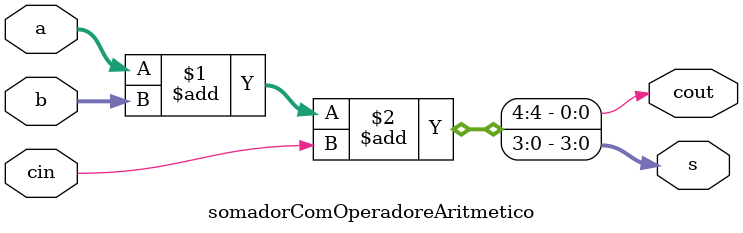
<source format=v>
module somadorComOperadoreAritmetico(input [3:0] a,b,input cin, output [3:0] s, output cout);
	assign {cout,s} = a + b + cin;
endmodule

</source>
